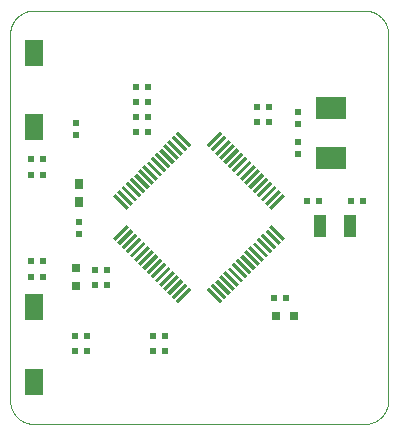
<source format=gtp>
G75*
%MOIN*%
%OFA0B0*%
%FSLAX25Y25*%
%IPPOS*%
%LPD*%
%AMOC8*
5,1,8,0,0,1.08239X$1,22.5*
%
%ADD10C,0.00400*%
%ADD11R,0.01969X0.01969*%
%ADD12R,0.03150X0.03150*%
%ADD13R,0.03150X0.03543*%
%ADD14R,0.01181X0.06299*%
%ADD15R,0.06299X0.01181*%
%ADD16R,0.06299X0.09055*%
%ADD17R,0.10236X0.07480*%
%ADD18R,0.04331X0.07480*%
D10*
X0001487Y0009174D02*
X0001487Y0131221D01*
X0001489Y0131414D01*
X0001496Y0131607D01*
X0001508Y0131800D01*
X0001525Y0131993D01*
X0001546Y0132185D01*
X0001572Y0132376D01*
X0001603Y0132567D01*
X0001638Y0132757D01*
X0001678Y0132946D01*
X0001723Y0133134D01*
X0001772Y0133321D01*
X0001826Y0133507D01*
X0001884Y0133691D01*
X0001947Y0133874D01*
X0002015Y0134055D01*
X0002086Y0134234D01*
X0002163Y0134412D01*
X0002243Y0134588D01*
X0002328Y0134761D01*
X0002417Y0134933D01*
X0002510Y0135102D01*
X0002607Y0135269D01*
X0002709Y0135434D01*
X0002814Y0135596D01*
X0002923Y0135755D01*
X0003037Y0135912D01*
X0003154Y0136065D01*
X0003274Y0136216D01*
X0003399Y0136364D01*
X0003527Y0136509D01*
X0003658Y0136650D01*
X0003793Y0136789D01*
X0003932Y0136924D01*
X0004073Y0137055D01*
X0004218Y0137183D01*
X0004366Y0137308D01*
X0004517Y0137428D01*
X0004670Y0137545D01*
X0004827Y0137659D01*
X0004986Y0137768D01*
X0005148Y0137873D01*
X0005313Y0137975D01*
X0005480Y0138072D01*
X0005649Y0138165D01*
X0005821Y0138254D01*
X0005994Y0138339D01*
X0006170Y0138419D01*
X0006348Y0138496D01*
X0006527Y0138567D01*
X0006708Y0138635D01*
X0006891Y0138698D01*
X0007075Y0138756D01*
X0007261Y0138810D01*
X0007448Y0138859D01*
X0007636Y0138904D01*
X0007825Y0138944D01*
X0008015Y0138979D01*
X0008206Y0139010D01*
X0008397Y0139036D01*
X0008589Y0139057D01*
X0008782Y0139074D01*
X0008975Y0139086D01*
X0009168Y0139093D01*
X0009361Y0139095D01*
X0119660Y0139095D01*
X0119850Y0139093D01*
X0120040Y0139086D01*
X0120230Y0139074D01*
X0120420Y0139058D01*
X0120609Y0139038D01*
X0120798Y0139012D01*
X0120986Y0138983D01*
X0121173Y0138948D01*
X0121359Y0138909D01*
X0121544Y0138866D01*
X0121729Y0138818D01*
X0121912Y0138766D01*
X0122093Y0138710D01*
X0122273Y0138649D01*
X0122452Y0138583D01*
X0122629Y0138514D01*
X0122805Y0138440D01*
X0122978Y0138362D01*
X0123150Y0138279D01*
X0123319Y0138193D01*
X0123487Y0138103D01*
X0123652Y0138008D01*
X0123815Y0137910D01*
X0123975Y0137807D01*
X0124133Y0137701D01*
X0124288Y0137591D01*
X0124441Y0137478D01*
X0124591Y0137360D01*
X0124737Y0137239D01*
X0124881Y0137115D01*
X0125022Y0136987D01*
X0125160Y0136856D01*
X0125295Y0136721D01*
X0125426Y0136583D01*
X0125554Y0136442D01*
X0125678Y0136298D01*
X0125799Y0136152D01*
X0125917Y0136002D01*
X0126030Y0135849D01*
X0126140Y0135694D01*
X0126246Y0135536D01*
X0126349Y0135376D01*
X0126447Y0135213D01*
X0126542Y0135048D01*
X0126632Y0134880D01*
X0126718Y0134711D01*
X0126801Y0134539D01*
X0126879Y0134366D01*
X0126953Y0134190D01*
X0127022Y0134013D01*
X0127088Y0133834D01*
X0127149Y0133654D01*
X0127205Y0133473D01*
X0127257Y0133290D01*
X0127305Y0133105D01*
X0127348Y0132920D01*
X0127387Y0132734D01*
X0127422Y0132547D01*
X0127451Y0132359D01*
X0127477Y0132170D01*
X0127497Y0131981D01*
X0127513Y0131791D01*
X0127525Y0131601D01*
X0127532Y0131411D01*
X0127534Y0131221D01*
X0127534Y0009174D01*
X0127532Y0008984D01*
X0127525Y0008794D01*
X0127513Y0008604D01*
X0127497Y0008414D01*
X0127477Y0008225D01*
X0127451Y0008036D01*
X0127422Y0007848D01*
X0127387Y0007661D01*
X0127348Y0007475D01*
X0127305Y0007290D01*
X0127257Y0007105D01*
X0127205Y0006922D01*
X0127149Y0006741D01*
X0127088Y0006561D01*
X0127022Y0006382D01*
X0126953Y0006205D01*
X0126879Y0006029D01*
X0126801Y0005856D01*
X0126718Y0005684D01*
X0126632Y0005515D01*
X0126542Y0005347D01*
X0126447Y0005182D01*
X0126349Y0005019D01*
X0126246Y0004859D01*
X0126140Y0004701D01*
X0126030Y0004546D01*
X0125917Y0004393D01*
X0125799Y0004243D01*
X0125678Y0004097D01*
X0125554Y0003953D01*
X0125426Y0003812D01*
X0125295Y0003674D01*
X0125160Y0003539D01*
X0125022Y0003408D01*
X0124881Y0003280D01*
X0124737Y0003156D01*
X0124591Y0003035D01*
X0124441Y0002917D01*
X0124288Y0002804D01*
X0124133Y0002694D01*
X0123975Y0002588D01*
X0123815Y0002485D01*
X0123652Y0002387D01*
X0123487Y0002292D01*
X0123319Y0002202D01*
X0123150Y0002116D01*
X0122978Y0002033D01*
X0122805Y0001955D01*
X0122629Y0001881D01*
X0122452Y0001812D01*
X0122273Y0001746D01*
X0122093Y0001685D01*
X0121912Y0001629D01*
X0121729Y0001577D01*
X0121544Y0001529D01*
X0121359Y0001486D01*
X0121173Y0001447D01*
X0120986Y0001412D01*
X0120798Y0001383D01*
X0120609Y0001357D01*
X0120420Y0001337D01*
X0120230Y0001321D01*
X0120040Y0001309D01*
X0119850Y0001302D01*
X0119660Y0001300D01*
X0009361Y0001300D01*
X0009171Y0001302D01*
X0008981Y0001309D01*
X0008791Y0001321D01*
X0008601Y0001337D01*
X0008412Y0001357D01*
X0008223Y0001383D01*
X0008035Y0001412D01*
X0007848Y0001447D01*
X0007662Y0001486D01*
X0007477Y0001529D01*
X0007292Y0001577D01*
X0007109Y0001629D01*
X0006928Y0001685D01*
X0006748Y0001746D01*
X0006569Y0001812D01*
X0006392Y0001881D01*
X0006216Y0001955D01*
X0006043Y0002033D01*
X0005871Y0002116D01*
X0005702Y0002202D01*
X0005534Y0002292D01*
X0005369Y0002387D01*
X0005206Y0002485D01*
X0005046Y0002588D01*
X0004888Y0002694D01*
X0004733Y0002804D01*
X0004580Y0002917D01*
X0004430Y0003035D01*
X0004284Y0003156D01*
X0004140Y0003280D01*
X0003999Y0003408D01*
X0003861Y0003539D01*
X0003726Y0003674D01*
X0003595Y0003812D01*
X0003467Y0003953D01*
X0003343Y0004097D01*
X0003222Y0004243D01*
X0003104Y0004393D01*
X0002991Y0004546D01*
X0002881Y0004701D01*
X0002775Y0004859D01*
X0002672Y0005019D01*
X0002574Y0005182D01*
X0002479Y0005347D01*
X0002389Y0005515D01*
X0002303Y0005684D01*
X0002220Y0005856D01*
X0002142Y0006029D01*
X0002068Y0006205D01*
X0001999Y0006382D01*
X0001933Y0006561D01*
X0001872Y0006741D01*
X0001816Y0006922D01*
X0001764Y0007105D01*
X0001716Y0007290D01*
X0001673Y0007475D01*
X0001634Y0007661D01*
X0001599Y0007848D01*
X0001570Y0008036D01*
X0001544Y0008225D01*
X0001524Y0008414D01*
X0001508Y0008604D01*
X0001496Y0008794D01*
X0001489Y0008984D01*
X0001487Y0009174D01*
D11*
X0022987Y0025800D03*
X0026987Y0025800D03*
X0026987Y0030800D03*
X0022987Y0030800D03*
X0029737Y0047800D03*
X0033737Y0047800D03*
X0033737Y0052800D03*
X0029737Y0052800D03*
X0024487Y0064800D03*
X0024487Y0068800D03*
X0012487Y0055800D03*
X0008487Y0055800D03*
X0008487Y0050300D03*
X0012487Y0050300D03*
X0012487Y0084300D03*
X0008487Y0084300D03*
X0008487Y0089800D03*
X0012487Y0089800D03*
X0023377Y0097805D03*
X0023377Y0101805D03*
X0043377Y0103505D03*
X0047377Y0103505D03*
X0047377Y0098505D03*
X0043377Y0098505D03*
X0043377Y0108505D03*
X0047377Y0108505D03*
X0047377Y0113505D03*
X0043377Y0113505D03*
X0083677Y0107005D03*
X0087677Y0107005D03*
X0087677Y0102005D03*
X0083677Y0102005D03*
X0097487Y0101300D03*
X0097487Y0105300D03*
X0097487Y0095300D03*
X0097487Y0091300D03*
X0100487Y0075800D03*
X0104487Y0075800D03*
X0114987Y0075800D03*
X0118987Y0075800D03*
X0093487Y0043300D03*
X0089487Y0043300D03*
X0052987Y0030800D03*
X0048987Y0030800D03*
X0048987Y0025800D03*
X0052987Y0025800D03*
D12*
X0023487Y0047300D03*
X0023487Y0053300D03*
X0089987Y0037300D03*
X0095987Y0037300D03*
D13*
X0024487Y0075300D03*
X0024487Y0081300D03*
D14*
G36*
X0036672Y0062404D02*
X0035838Y0063238D01*
X0040290Y0067690D01*
X0041124Y0066856D01*
X0036672Y0062404D01*
G37*
G36*
X0038064Y0061012D02*
X0037230Y0061846D01*
X0041682Y0066298D01*
X0042516Y0065464D01*
X0038064Y0061012D01*
G37*
G36*
X0039456Y0059621D02*
X0038622Y0060455D01*
X0043074Y0064907D01*
X0043908Y0064073D01*
X0039456Y0059621D01*
G37*
G36*
X0040848Y0058229D02*
X0040014Y0059063D01*
X0044466Y0063515D01*
X0045300Y0062681D01*
X0040848Y0058229D01*
G37*
G36*
X0042240Y0056837D02*
X0041406Y0057671D01*
X0045858Y0062123D01*
X0046692Y0061289D01*
X0042240Y0056837D01*
G37*
G36*
X0043632Y0055445D02*
X0042798Y0056279D01*
X0047250Y0060731D01*
X0048084Y0059897D01*
X0043632Y0055445D01*
G37*
G36*
X0045024Y0054053D02*
X0044190Y0054887D01*
X0048642Y0059339D01*
X0049476Y0058505D01*
X0045024Y0054053D01*
G37*
G36*
X0046416Y0052661D02*
X0045582Y0053495D01*
X0050034Y0057947D01*
X0050868Y0057113D01*
X0046416Y0052661D01*
G37*
G36*
X0047808Y0051269D02*
X0046974Y0052103D01*
X0051426Y0056555D01*
X0052260Y0055721D01*
X0047808Y0051269D01*
G37*
G36*
X0049200Y0049877D02*
X0048366Y0050711D01*
X0052818Y0055163D01*
X0053652Y0054329D01*
X0049200Y0049877D01*
G37*
G36*
X0050592Y0048485D02*
X0049758Y0049319D01*
X0054210Y0053771D01*
X0055044Y0052937D01*
X0050592Y0048485D01*
G37*
G36*
X0051984Y0047093D02*
X0051150Y0047927D01*
X0055602Y0052379D01*
X0056436Y0051545D01*
X0051984Y0047093D01*
G37*
G36*
X0053376Y0045701D02*
X0052542Y0046535D01*
X0056994Y0050987D01*
X0057828Y0050153D01*
X0053376Y0045701D01*
G37*
G36*
X0054768Y0044309D02*
X0053934Y0045143D01*
X0058386Y0049595D01*
X0059220Y0048761D01*
X0054768Y0044309D01*
G37*
G36*
X0056160Y0042917D02*
X0055326Y0043751D01*
X0059778Y0048203D01*
X0060612Y0047369D01*
X0056160Y0042917D01*
G37*
G36*
X0057552Y0041525D02*
X0056718Y0042359D01*
X0061170Y0046811D01*
X0062004Y0045977D01*
X0057552Y0041525D01*
G37*
G36*
X0087339Y0074097D02*
X0086505Y0074931D01*
X0090957Y0079383D01*
X0091791Y0078549D01*
X0087339Y0074097D01*
G37*
G36*
X0088731Y0072705D02*
X0087897Y0073539D01*
X0092349Y0077991D01*
X0093183Y0077157D01*
X0088731Y0072705D01*
G37*
G36*
X0085947Y0075489D02*
X0085113Y0076323D01*
X0089565Y0080775D01*
X0090399Y0079941D01*
X0085947Y0075489D01*
G37*
G36*
X0084555Y0076881D02*
X0083721Y0077715D01*
X0088173Y0082167D01*
X0089007Y0081333D01*
X0084555Y0076881D01*
G37*
G36*
X0083163Y0078273D02*
X0082329Y0079107D01*
X0086781Y0083559D01*
X0087615Y0082725D01*
X0083163Y0078273D01*
G37*
G36*
X0081771Y0079665D02*
X0080937Y0080499D01*
X0085389Y0084951D01*
X0086223Y0084117D01*
X0081771Y0079665D01*
G37*
G36*
X0080379Y0081056D02*
X0079545Y0081890D01*
X0083997Y0086342D01*
X0084831Y0085508D01*
X0080379Y0081056D01*
G37*
G36*
X0078987Y0082448D02*
X0078153Y0083282D01*
X0082605Y0087734D01*
X0083439Y0086900D01*
X0078987Y0082448D01*
G37*
G36*
X0077596Y0083840D02*
X0076762Y0084674D01*
X0081214Y0089126D01*
X0082048Y0088292D01*
X0077596Y0083840D01*
G37*
G36*
X0076204Y0085232D02*
X0075370Y0086066D01*
X0079822Y0090518D01*
X0080656Y0089684D01*
X0076204Y0085232D01*
G37*
G36*
X0074812Y0086624D02*
X0073978Y0087458D01*
X0078430Y0091910D01*
X0079264Y0091076D01*
X0074812Y0086624D01*
G37*
G36*
X0073420Y0088016D02*
X0072586Y0088850D01*
X0077038Y0093302D01*
X0077872Y0092468D01*
X0073420Y0088016D01*
G37*
G36*
X0072028Y0089408D02*
X0071194Y0090242D01*
X0075646Y0094694D01*
X0076480Y0093860D01*
X0072028Y0089408D01*
G37*
G36*
X0070636Y0090800D02*
X0069802Y0091634D01*
X0074254Y0096086D01*
X0075088Y0095252D01*
X0070636Y0090800D01*
G37*
G36*
X0069244Y0092192D02*
X0068410Y0093026D01*
X0072862Y0097478D01*
X0073696Y0096644D01*
X0069244Y0092192D01*
G37*
G36*
X0067852Y0093584D02*
X0067018Y0094418D01*
X0071470Y0098870D01*
X0072304Y0098036D01*
X0067852Y0093584D01*
G37*
D15*
G36*
X0061170Y0093584D02*
X0056718Y0098036D01*
X0057552Y0098870D01*
X0062004Y0094418D01*
X0061170Y0093584D01*
G37*
G36*
X0059778Y0092192D02*
X0055326Y0096644D01*
X0056160Y0097478D01*
X0060612Y0093026D01*
X0059778Y0092192D01*
G37*
G36*
X0058386Y0090800D02*
X0053934Y0095252D01*
X0054768Y0096086D01*
X0059220Y0091634D01*
X0058386Y0090800D01*
G37*
G36*
X0056994Y0089408D02*
X0052542Y0093860D01*
X0053376Y0094694D01*
X0057828Y0090242D01*
X0056994Y0089408D01*
G37*
G36*
X0055602Y0088016D02*
X0051150Y0092468D01*
X0051984Y0093302D01*
X0056436Y0088850D01*
X0055602Y0088016D01*
G37*
G36*
X0054210Y0086624D02*
X0049758Y0091076D01*
X0050592Y0091910D01*
X0055044Y0087458D01*
X0054210Y0086624D01*
G37*
G36*
X0052818Y0085232D02*
X0048366Y0089684D01*
X0049200Y0090518D01*
X0053652Y0086066D01*
X0052818Y0085232D01*
G37*
G36*
X0051426Y0083840D02*
X0046974Y0088292D01*
X0047808Y0089126D01*
X0052260Y0084674D01*
X0051426Y0083840D01*
G37*
G36*
X0050034Y0082448D02*
X0045582Y0086900D01*
X0046416Y0087734D01*
X0050868Y0083282D01*
X0050034Y0082448D01*
G37*
G36*
X0048642Y0081056D02*
X0044190Y0085508D01*
X0045024Y0086342D01*
X0049476Y0081890D01*
X0048642Y0081056D01*
G37*
G36*
X0047250Y0079665D02*
X0042798Y0084117D01*
X0043632Y0084951D01*
X0048084Y0080499D01*
X0047250Y0079665D01*
G37*
G36*
X0045858Y0078273D02*
X0041406Y0082725D01*
X0042240Y0083559D01*
X0046692Y0079107D01*
X0045858Y0078273D01*
G37*
G36*
X0044466Y0076881D02*
X0040014Y0081333D01*
X0040848Y0082167D01*
X0045300Y0077715D01*
X0044466Y0076881D01*
G37*
G36*
X0043074Y0075489D02*
X0038622Y0079941D01*
X0039456Y0080775D01*
X0043908Y0076323D01*
X0043074Y0075489D01*
G37*
G36*
X0041682Y0074097D02*
X0037230Y0078549D01*
X0038064Y0079383D01*
X0042516Y0074931D01*
X0041682Y0074097D01*
G37*
G36*
X0040290Y0072705D02*
X0035838Y0077157D01*
X0036672Y0077991D01*
X0041124Y0073539D01*
X0040290Y0072705D01*
G37*
G36*
X0071470Y0041525D02*
X0067018Y0045977D01*
X0067852Y0046811D01*
X0072304Y0042359D01*
X0071470Y0041525D01*
G37*
G36*
X0072862Y0042917D02*
X0068410Y0047369D01*
X0069244Y0048203D01*
X0073696Y0043751D01*
X0072862Y0042917D01*
G37*
G36*
X0074254Y0044309D02*
X0069802Y0048761D01*
X0070636Y0049595D01*
X0075088Y0045143D01*
X0074254Y0044309D01*
G37*
G36*
X0075646Y0045701D02*
X0071194Y0050153D01*
X0072028Y0050987D01*
X0076480Y0046535D01*
X0075646Y0045701D01*
G37*
G36*
X0077038Y0047093D02*
X0072586Y0051545D01*
X0073420Y0052379D01*
X0077872Y0047927D01*
X0077038Y0047093D01*
G37*
G36*
X0078430Y0048485D02*
X0073978Y0052937D01*
X0074812Y0053771D01*
X0079264Y0049319D01*
X0078430Y0048485D01*
G37*
G36*
X0079822Y0049877D02*
X0075370Y0054329D01*
X0076204Y0055163D01*
X0080656Y0050711D01*
X0079822Y0049877D01*
G37*
G36*
X0081214Y0051269D02*
X0076762Y0055721D01*
X0077596Y0056555D01*
X0082048Y0052103D01*
X0081214Y0051269D01*
G37*
G36*
X0082605Y0052661D02*
X0078153Y0057113D01*
X0078987Y0057947D01*
X0083439Y0053495D01*
X0082605Y0052661D01*
G37*
G36*
X0083997Y0054053D02*
X0079545Y0058505D01*
X0080379Y0059339D01*
X0084831Y0054887D01*
X0083997Y0054053D01*
G37*
G36*
X0085389Y0055445D02*
X0080937Y0059897D01*
X0081771Y0060731D01*
X0086223Y0056279D01*
X0085389Y0055445D01*
G37*
G36*
X0086781Y0056837D02*
X0082329Y0061289D01*
X0083163Y0062123D01*
X0087615Y0057671D01*
X0086781Y0056837D01*
G37*
G36*
X0088173Y0058229D02*
X0083721Y0062681D01*
X0084555Y0063515D01*
X0089007Y0059063D01*
X0088173Y0058229D01*
G37*
G36*
X0089565Y0059621D02*
X0085113Y0064073D01*
X0085947Y0064907D01*
X0090399Y0060455D01*
X0089565Y0059621D01*
G37*
G36*
X0090957Y0061012D02*
X0086505Y0065464D01*
X0087339Y0066298D01*
X0091791Y0061846D01*
X0090957Y0061012D01*
G37*
G36*
X0092349Y0062404D02*
X0087897Y0066856D01*
X0088731Y0067690D01*
X0093183Y0063238D01*
X0092349Y0062404D01*
G37*
D16*
X0009361Y0040198D03*
X0009361Y0015394D03*
X0009361Y0100198D03*
X0009361Y0125001D03*
D17*
X0108487Y0106765D03*
X0108487Y0089835D03*
D18*
X0104816Y0067300D03*
X0114658Y0067300D03*
M02*

</source>
